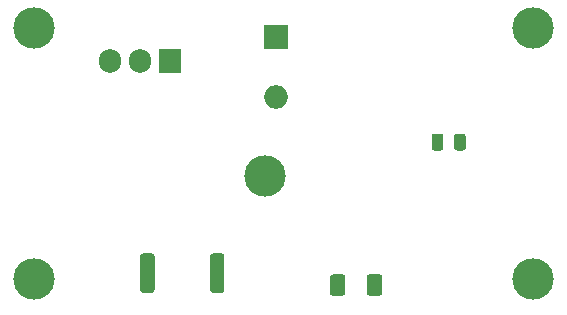
<source format=gbr>
%TF.GenerationSoftware,KiCad,Pcbnew,(5.1.9-0-10_14)*%
%TF.CreationDate,2021-03-17T00:33:25+08:00*%
%TF.ProjectId,xhp70-driver,78687037-302d-4647-9269-7665722e6b69,rev?*%
%TF.SameCoordinates,Original*%
%TF.FileFunction,Soldermask,Bot*%
%TF.FilePolarity,Negative*%
%FSLAX46Y46*%
G04 Gerber Fmt 4.6, Leading zero omitted, Abs format (unit mm)*
G04 Created by KiCad (PCBNEW (5.1.9-0-10_14)) date 2021-03-17 00:33:25*
%MOMM*%
%LPD*%
G01*
G04 APERTURE LIST*
%ADD10C,3.500000*%
%ADD11O,1.905000X2.000000*%
%ADD12R,1.905000X2.000000*%
%ADD13O,2.000000X2.000000*%
%ADD14R,2.000000X2.000000*%
G04 APERTURE END LIST*
%TO.C,C7*%
G36*
G01*
X149150000Y-62425000D02*
X149150000Y-63375000D01*
G75*
G02*
X148900000Y-63625000I-250000J0D01*
G01*
X148400000Y-63625000D01*
G75*
G02*
X148150000Y-63375000I0J250000D01*
G01*
X148150000Y-62425000D01*
G75*
G02*
X148400000Y-62175000I250000J0D01*
G01*
X148900000Y-62175000D01*
G75*
G02*
X149150000Y-62425000I0J-250000D01*
G01*
G37*
G36*
G01*
X151050000Y-62425000D02*
X151050000Y-63375000D01*
G75*
G02*
X150800000Y-63625000I-250000J0D01*
G01*
X150300000Y-63625000D01*
G75*
G02*
X150050000Y-63375000I0J250000D01*
G01*
X150050000Y-62425000D01*
G75*
G02*
X150300000Y-62175000I250000J0D01*
G01*
X150800000Y-62175000D01*
G75*
G02*
X151050000Y-62425000I0J-250000D01*
G01*
G37*
%TD*%
D10*
%TO.C,H3*%
X156750000Y-74500000D03*
%TD*%
D11*
%TO.C,Q1*%
X120920000Y-56000000D03*
X123460000Y-56000000D03*
D12*
X126000000Y-56000000D03*
%TD*%
D13*
%TO.C,D1*%
X135000000Y-59080000D03*
D14*
X135000000Y-54000000D03*
%TD*%
%TO.C,R2*%
G36*
G01*
X124687500Y-72574999D02*
X124687500Y-75425001D01*
G75*
G02*
X124437501Y-75675000I-249999J0D01*
G01*
X123712499Y-75675000D01*
G75*
G02*
X123462500Y-75425001I0J249999D01*
G01*
X123462500Y-72574999D01*
G75*
G02*
X123712499Y-72325000I249999J0D01*
G01*
X124437501Y-72325000D01*
G75*
G02*
X124687500Y-72574999I0J-249999D01*
G01*
G37*
G36*
G01*
X130612500Y-72574999D02*
X130612500Y-75425001D01*
G75*
G02*
X130362501Y-75675000I-249999J0D01*
G01*
X129637499Y-75675000D01*
G75*
G02*
X129387500Y-75425001I0J249999D01*
G01*
X129387500Y-72574999D01*
G75*
G02*
X129637499Y-72325000I249999J0D01*
G01*
X130362501Y-72325000D01*
G75*
G02*
X130612500Y-72574999I0J-249999D01*
G01*
G37*
%TD*%
%TO.C,C1*%
G36*
G01*
X142650000Y-75650003D02*
X142650000Y-74349997D01*
G75*
G02*
X142899997Y-74100000I249997J0D01*
G01*
X143725003Y-74100000D01*
G75*
G02*
X143975000Y-74349997I0J-249997D01*
G01*
X143975000Y-75650003D01*
G75*
G02*
X143725003Y-75900000I-249997J0D01*
G01*
X142899997Y-75900000D01*
G75*
G02*
X142650000Y-75650003I0J249997D01*
G01*
G37*
G36*
G01*
X139525000Y-75650003D02*
X139525000Y-74349997D01*
G75*
G02*
X139774997Y-74100000I249997J0D01*
G01*
X140600003Y-74100000D01*
G75*
G02*
X140850000Y-74349997I0J-249997D01*
G01*
X140850000Y-75650003D01*
G75*
G02*
X140600003Y-75900000I-249997J0D01*
G01*
X139774997Y-75900000D01*
G75*
G02*
X139525000Y-75650003I0J249997D01*
G01*
G37*
%TD*%
D10*
%TO.C,H1*%
X114500000Y-53250000D03*
%TD*%
%TO.C,H5*%
X134000000Y-65750000D03*
%TD*%
%TO.C,H4*%
X156750000Y-53250000D03*
%TD*%
%TO.C,H2*%
X114500000Y-74500000D03*
%TD*%
M02*

</source>
